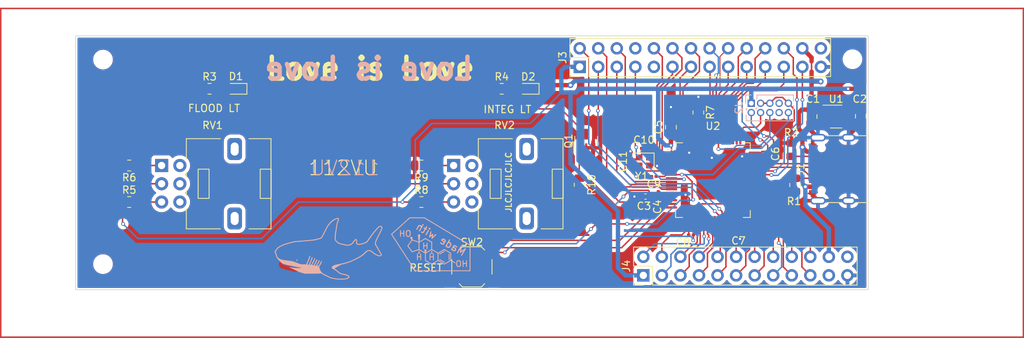
<source format=kicad_pcb>
(kicad_pcb (version 20221018) (generator pcbnew)

  (general
    (thickness 1.6)
  )

  (paper "A4")
  (layers
    (0 "F.Cu" signal)
    (31 "B.Cu" signal)
    (34 "B.Paste" user)
    (35 "F.Paste" user)
    (36 "B.SilkS" user "B.Silkscreen")
    (37 "F.SilkS" user "F.Silkscreen")
    (38 "B.Mask" user)
    (39 "F.Mask" user)
    (44 "Edge.Cuts" user)
    (45 "Margin" user)
    (46 "B.CrtYd" user "B.Courtyard")
    (47 "F.CrtYd" user "F.Courtyard")
    (48 "B.Fab" user)
    (49 "F.Fab" user)
  )

  (setup
    (stackup
      (layer "F.SilkS" (type "Top Silk Screen") (color "White"))
      (layer "F.Paste" (type "Top Solder Paste"))
      (layer "F.Mask" (type "Top Solder Mask") (color "Black") (thickness 0.01))
      (layer "F.Cu" (type "copper") (thickness 0.035))
      (layer "dielectric 1" (type "core") (thickness 1.51) (material "FR4") (epsilon_r 4.5) (loss_tangent 0.02))
      (layer "B.Cu" (type "copper") (thickness 0.035))
      (layer "B.Mask" (type "Bottom Solder Mask") (color "Black") (thickness 0.01))
      (layer "B.Paste" (type "Bottom Solder Paste"))
      (layer "B.SilkS" (type "Bottom Silk Screen") (color "White"))
      (copper_finish "None")
      (dielectric_constraints yes)
    )
    (pad_to_mask_clearance 0)
    (aux_axis_origin 83.1 113)
    (grid_origin 83.1 113)
    (pcbplotparams
      (layerselection 0x00010fc_ffffffff)
      (plot_on_all_layers_selection 0x0000000_00000000)
      (disableapertmacros false)
      (usegerberextensions false)
      (usegerberattributes true)
      (usegerberadvancedattributes true)
      (creategerberjobfile true)
      (dashed_line_dash_ratio 12.000000)
      (dashed_line_gap_ratio 3.000000)
      (svgprecision 4)
      (plotframeref false)
      (viasonmask false)
      (mode 1)
      (useauxorigin false)
      (hpglpennumber 1)
      (hpglpenspeed 20)
      (hpglpendiameter 15.000000)
      (dxfpolygonmode true)
      (dxfimperialunits true)
      (dxfusepcbnewfont true)
      (psnegative false)
      (psa4output false)
      (plotreference false)
      (plotvalue false)
      (plotinvisibletext false)
      (sketchpadsonfab false)
      (subtractmaskfromsilk false)
      (outputformat 1)
      (mirror false)
      (drillshape 0)
      (scaleselection 1)
      (outputdirectory "Manufacturing/")
    )
  )

  (net 0 "")
  (net 1 "/USB_5V")
  (net 2 "GND")
  (net 3 "+3V3")
  (net 4 "/SWD_NRST")
  (net 5 "/LED_5V")
  (net 6 "Net-(J1-CC1)")
  (net 7 "/USB_D+")
  (net 8 "/USB_D-")
  (net 9 "unconnected-(J1-SBU1-PadA8)")
  (net 10 "Net-(J1-CC2)")
  (net 11 "unconnected-(J1-SBU2-PadB8)")
  (net 12 "/LED_ONBOARD")
  (net 13 "Net-(R5-Pad2)")
  (net 14 "Net-(R6-Pad1)")
  (net 15 "Net-(R8-Pad2)")
  (net 16 "Net-(R9-Pad1)")
  (net 17 "/POT_2")
  (net 18 "/POT_1")
  (net 19 "unconnected-(U1-NC-Pad4)")
  (net 20 "/E_B_Pin_12")
  (net 21 "/E_B_Pin_11")
  (net 22 "/E_B_Pin_10")
  (net 23 "/E_B_Pin_7")
  (net 24 "/E_B_Pin_6")
  (net 25 "/E_B_Pin_5")
  (net 26 "/E_B_Pin_4")
  (net 27 "/E_WXR_Pin_4")
  (net 28 "/E_WXR_Pin_5")
  (net 29 "/E_WXR_Pin_6")
  (net 30 "/E_WXR_PWM_1")
  (net 31 "/E_WXR_PWM_2")
  (net 32 "/E_WXR_Pin_7")
  (net 33 "/E_WXR_Pin_8")
  (net 34 "/E_B_PWM_1")
  (net 35 "/E_B_PWM_2")
  (net 36 "/E_WXR_Pin_9")
  (net 37 "/E_WXR_Pin_10")
  (net 38 "/E_WXR_Pin_11")
  (net 39 "/E_WXR_Pin_12")
  (net 40 "/E_WXR_Pin_13")
  (net 41 "/E_WXR_Pin_14")
  (net 42 "/E_WXR_Pin_15")
  (net 43 "/E_WXR_Pin_16")
  (net 44 "/E_WXR_Pin_17")
  (net 45 "/E_WXR_Pin_18")
  (net 46 "/E_WXR_Pin_19")
  (net 47 "/E_WXR_Pin_20")
  (net 48 "/E_B_Pin_25")
  (net 49 "/E_B_Pin_24")
  (net 50 "/SWD_IO")
  (net 51 "/SWD_CLK")
  (net 52 "/E_B_Pin_23")
  (net 53 "/E_B_Pin_22")
  (net 54 "/E_B_Pin_21")
  (net 55 "/E_B_Pin_20")
  (net 56 "/E_B_Pin_19")
  (net 57 "/SWD_TRACE")
  (net 58 "/E_B_Pin_18")
  (net 59 "/E_B_Pin_17")
  (net 60 "/E_B_Pin_16")
  (net 61 "/E_B_Pin_15")
  (net 62 "/E_B_Pin_14")
  (net 63 "/E_B_Pin_13")
  (net 64 "unconnected-(J4-Pin_21-Pad21)")
  (net 65 "unconnected-(J2-KEY-Pad7)")
  (net 66 "unconnected-(J2-NC{slash}TDI-Pad8)")
  (net 67 "unconnected-(J3-Pin_8-Pad8)")
  (net 68 "unconnected-(J3-Pin_9-Pad9)")
  (net 69 "/HSE_IN")
  (net 70 "/HSE_OUT")
  (net 71 "Net-(D1-A)")
  (net 72 "Net-(D2-A)")
  (net 73 "/BOOT0")

  (footprint "Capacitor_SMD:C_0805_2012Metric" (layer "F.Cu") (at 200.85 82.75 -90))

  (footprint "Button_Switch_SMD:SW_Push_1P1T_XKB_TS-1187A" (layer "F.Cu") (at 147.6 103.375))

  (footprint "Resistor_SMD:R_0805_2012Metric" (layer "F.Cu") (at 100.6875 89.5 180))

  (footprint "Resistor_SMD:R_0805_2012Metric" (layer "F.Cu") (at 111.6875 79))

  (footprint "Capacitor_SMD:C_0201_0603Metric" (layer "F.Cu") (at 173.1 93.405 90))

  (footprint "Capacitor_SMD:C_0805_2012Metric" (layer "F.Cu") (at 194.1 82.8 -90))

  (footprint "Resistor_SMD:R_0805_2012Metric" (layer "F.Cu") (at 191.85 92.1625 -90))

  (footprint "Connector_PinHeader_2.54mm:PinHeader_2x12_P2.54mm_Vertical" (layer "F.Cu") (at 171.07 104.54 90))

  (footprint "Resistor_SMD:R_0805_2012Metric" (layer "F.Cu") (at 191.35 87.3375 90))

  (footprint "Resistor_SMD:R_0805_2012Metric" (layer "F.Cu") (at 178.6 82.2375 -90))

  (footprint "Capacitor_SMD:C_0201_0603Metric" (layer "F.Cu") (at 171.155 87.15 180))

  (footprint "MountingHole:MountingHole_2.2mm_M2" (layer "F.Cu") (at 97.1 103))

  (footprint "MountingHole:MountingHole_2.2mm_M2" (layer "F.Cu") (at 199.7 74.95))

  (footprint "Capacitor_SMD:C_0201_0603Metric" (layer "F.Cu") (at 184.1 98.75 180))

  (footprint "Potentiometer_THT:Potentiometer_Alps_RK09L_Double_Vertical" (layer "F.Cu") (at 145.1 89.5))

  (footprint "LED_SMD:LED_0603_1608Metric" (layer "F.Cu") (at 155.3125 79 180))

  (footprint "Package_TO_SOT_SMD:SOT-23-5" (layer "F.Cu") (at 197.4625 82.8))

  (footprint "LED_SMD:LED_0603_1608Metric" (layer "F.Cu") (at 115.3125 79 180))

  (footprint "Potentiometer_THT:Potentiometer_Alps_RK09L_Double_Vertical" (layer "F.Cu") (at 105.125 89.5))

  (footprint "Package_QFP:LQFP-64_10x10mm_P0.5mm" (layer "F.Cu") (at 180.6 91.5))

  (footprint "Resistor_SMD:R_0805_2012Metric" (layer "F.Cu") (at 140.6875 89.5 180))

  (footprint "Capacitor_SMD:C_0201_0603Metric" (layer "F.Cu") (at 169.35 88.945 90))

  (footprint "Connector_USB:USB_C_Receptacle_G-Switch_GT-USB-7010ASV" (layer "F.Cu") (at 198.1 90 90))

  (footprint "Crystal:Crystal_SMD_2016-4Pin_2.0x1.6mm" (layer "F.Cu") (at 171.2 88.95 180))

  (footprint "Resistor_SMD:R_0805_2012Metric" (layer "F.Cu") (at 162.35 92.1375 -90))

  (footprint "Capacitor_SMD:C_0201_0603Metric" (layer "F.Cu") (at 177.6 99 180))

  (footprint "Package_TO_SOT_SMD:SOT-23" (layer "F.Cu") (at 163.25 86.15 90))

  (footprint "Capacitor_SMD:C_0402_1005Metric" (layer "F.Cu") (at 171.37 93.75 180))

  (footprint "Resistor_SMD:R_0805_2012Metric" (layer "F.Cu") (at 151.6875 79))

  (footprint "Capacitor_SMD:C_0201_0603Metric" (layer "F.Cu") (at 188.1 87.905 -90))

  (footprint "Resistor_SMD:R_0805_2012Metric" (layer "F.Cu") (at 140.6875 94.5))

  (footprint "MountingHole:MountingHole_2.2mm_M2" (layer "F.Cu") (at 97.1 75))

  (footprint "Resistor_SMD:R_0805_2012Metric" (layer "F.Cu") (at 100.6875 94.5))

  (footprint "Capacitor_SMD:C_0201_0603Metric" (layer "F.Cu") (at 172.505 91 180))

  (footprint "Connector_PinHeader_2.54mm:PinHeader_2x14_P2.54mm_Vertical" (layer "F.Cu") (at 162.36 76 90))

  (footprint "Capacitor_SMD:C_0805_2012Metric" (layer "F.Cu") (at 174.85 84.25 90))

  (footprint "Connector_PinHeader_1.27mm:PinHeader_2x05_P1.27mm_Vertical" (layer "B.Cu") (at 185.85 80.98 -90))

  (footprint "Xenua:MadeWithEstrogen" (layer "B.Cu") (at 142.1 101 180))

  (footprint "Xenua:Shonk" (layer "B.Cu")
    (tstamp 5014afea-cf06-477b-b940-5e101b0587cd)
    (at 128.1 101 180)
    (attr through_hole)
    (fp_text reference "Ref**" (at 0 0) (layer "B.SilkS") hide
        (effects (font (size 1.27 1.27) (thickness 0.15)) (justify mirror))
      (tstamp e12dc0f8-185f-4a59-ae22-397e8640dcc5)
    )
    (fp_text value "Val**" (at 0 0) (layer "B.SilkS") hide
        (effects (font (size 1.27 1.27) (thickness 0.15)) (justify mirror))
      (tstamp d52dc70d-4631-44a4-85dd-540649af4894)
    )
    (fp_poly
      (pts
        (xy 6.380583 -1.954463)
        (xy 6.402258 -1.969153)
        (xy 6.411232 -1.996347)
        (xy 6.413166 -2.036441)
        (xy 6.413175 -2.037956)
        (xy 6.400022 -2.090074)
        (xy 6.366469 -2.112292)
        (xy 6.322454 -2.098725)
        (xy 6.317318 -2.094727)
        (xy 6.287411 -2.080235)
        (xy 6.260975 -2.101253)
        (xy 6.257574 -2.1058)
        (xy 6.236046 -2.129373)
        (xy 6.215355 -2.12505)
        (xy 6.184637 -2.094886)
        (xy 6.139302 -2.046225)
        (xy 6.094858 -2.102727)
        (xy 6.024247 -2.180739)
        (xy 5.965842 -2.220306)
        (xy 5.920605 -2.221078)
        (xy 5.889498 -2.182704)
        (xy 5.887754 -2.178217)
        (xy 5.875985 -2.15506)
        (xy 5.861108 -2.157055)
        (xy 5.83569 -2.188471)
        (xy 5.814052 -2.22055)
        (xy 5.758518 -2.285055)
        (xy 5.705554 -2.309769)
        (xy 5.65825 -2.294409)
        (xy 5.619695 -2.238693)
        (xy 5.619556 -2.238375)
        (xy 5.600405 -2.202834)
        (xy 5.589622 -2.199237)
        (xy 5.588828 -2.205001)
        (xy 5.573243 -2.249363)
        (xy 5.536433 -2.300728)
        (xy 5.490766 -2.345342)
        (xy 5.44861 -2.369453)
        (xy 5.439833 -2.370667)
        (xy 5.4021 -2.35539)
        (xy 5.357159 -2.317548)
        (xy 5.347108 -2.306307)
        (xy 5.292953 -2.241947)
        (xy 5.262351 -2.315187)
        (xy 5.215426 -2.390999)
        (xy 5.156917 -2.427689)
        (xy 5.091103 -2.424221)
        (xy 5.022266 -2.379563)
        (xy 5.017027 -2.37445)
        (xy 4.95731 -2.314734)
        (xy 4.945476 -2.387659)
        (xy 4.9162 -2.47283)
        (xy 4.8665 -2.525117)
        (xy 4.804335 -2.54304)
        (xy 4.737669 -2.525122)
        (xy 4.674463 -2.469882)
        (xy 4.654756 -2.441659)
        (xy 4.609656 -2.368686)
        (xy 4.546663 -2.454343)
        (xy 4.487014 -2.517346)
        (xy 4.428517 -2.539305)
        (xy 4.366884 -2.521157)
        (xy 4.337047 -2.500207)
        (xy 4.303908 -2.476227)
        (xy 4.27982 -2.475825)
        (xy 4.249116 -2.502126)
        (xy 4.23096 -2.521373)
        (xy 4.174177 -2.569397)
        (xy 4.127288 -2.578155)
        (xy 4.085483 -2.548079)
        (xy 4.075783 -2.53529)
        (xy 4.050789 -2.497296)
        (xy 4.040907 -2.469533)
        (xy 4.051041 -2.448922)
        (xy 4.086099 -2.432381)
        (xy 4.150987 -2.416831)
        (xy 4.250609 -2.399192)
        (xy 4.307416 -2.38986)
        (xy 4.392789 -2.374603)
        (xy 4.502502 -2.353131)
        (xy 4.61966 -2.328816)
        (xy 4.688416 -2.313839)
        (xy 4.787768 -2.291855)
        (xy 4.876416 -2.272489)
        (xy 4.943435 -2.258114)
        (xy 4.974166 -2.251796)
        (xy 5.021835 -2.240585)
        (xy 5.093546 -2.221493)
        (xy 5.164666 -2.201287)
        (xy 5.249061 -2.179606)
        (xy 5.356973 -2.156123)
        (xy 5.469974 -2.134736)
        (xy 5.513916 -2.127412)
        (xy 5.613161 -2.10969)
        (xy 5.739148 -2.084266)
        (xy 5.877666 -2.054158)
        (xy 6.014502 -2.022383)
        (xy 6.053666 -2.012837)
        (xy 6.182749 -1.981465)
        (xy 6.27649 -1.961014)
        (xy 6.340547 -1.951882)
        (xy 6.380583 -1.954463)
      )

      (stroke (width 0.01) (type solid)) (fill solid) (layer "B.Cu") (tstamp 5d0efdbb-21da-45e4-bda1-1000cf11d482))
    (fp_poly
      (pts
        (xy 4.511241 -1.402496)
        (xy 4.528079 -1.445815)
        (xy 4.517766 -1.493061)
        (xy 4.495881 -1.517522)
        (xy 4.452975 -1.541978)
        (xy 4.420105 -1.53504)
        (xy 4.393595 -1.511905)
        (xy 4.365344 -1.462251)
        (xy 4.372814 -1.41661)
        (xy 4.409901 -1.385523)
        (xy 4.470293 -1.3795)
        (xy 4.511241 -1.402496)
      )

      (stroke (width 0.01) (type solid)) (fill solid) (layer "B.SilkS") (tstamp 498c8112-9c6e-4186-8031-592a31092928))
    (fp_poly
      (pts
        (xy -1.073258 4.311798)
        (xy -0.973604 4.291201)
        (xy -0.851219 4.247898)
        (xy -0.715731 4.18648)
        (xy -0.576767 4.111536)
        (xy -0.443956 4.027657)
        (xy -0.378846 3.980763)
        (xy -0.23722 3.861667)
        (xy -0.088814 3.716486)
        (xy 0.055188 3.557464)
        (xy 0.183599 3.396847)
        (xy 0.272493 3.267648)
        (xy 0.314775 3.196003)
        (xy 0.372053 3.092955)
        (xy 0.440799 2.965168)
        (xy 0.517489 2.819305)
        (xy 0.598597 2.66203)
        (xy 0.680597 2.500008)
        (xy 0.71301 2.435054)
        (xy 0.799645 2.261266)
        (xy 0.870549 2.120833)
        (xy 0.92847 2.009023)
        (xy 0.976158 1.921104)
        (xy 1.016364 1.852346)
        (xy 1.051836 1.798015)
        (xy 1.085323 1.753382)
        (xy 1.119576 1.713714)
        (xy 1.151854 1.679849)
        (xy 1.215031 1.616677)
        (xy 1.261244 1.577188)
        (xy 1.303081 1.554755)
        (xy 1.353131 1.542753)
        (xy 1.423982 1.534552)
        (xy 1.42875 1.534078)
        (xy 1.519853 1.520029)
        (xy 1.630377 1.495774)
        (xy 1.740074 1.465903)
        (xy 1.767416 1.45731)
        (xy 1.8674 1.426719)
        (xy 1.96798 1.400602)
        (xy 2.075534 1.37796)
        (xy 2.196437 1.357795)
        (xy 2.337066 1.339108)
        (xy 2.503798 1.3209)
        (xy 2.703008 1.302172)
        (xy 2.82575 1.29154)
        (xy 2.972376 1.278956)
        (xy 3.108743 1.266949)
        (xy 3.227923 1.256154)
        (xy 3.322989 1.247203)
        (xy 3.387011 1.240732)
        (xy 3.407833 1.238277)
        (xy 3.489091 1.228892)
        (xy 3.604944 1.218068)
        (xy 3.747705 1.206379)
        (xy 3.909682 1.194401)
        (xy 4.083188 1.182711)
        (xy 4.260532 1.171883)
        (xy 4.389239 1.16479)
        (xy 4.558392 1.154414)
        (xy 4.694634 1.142258)
        (xy 4.807379 1.127155)
        (xy 4.906044 1.107939)
        (xy 4.963583 1.093634)
        (xy 5.046763 1.071399)
        (xy 5.160108 1.041196)
        (xy 5.292857 1.005886)
        (xy 5.434252 0.968331)
        (xy 5.55625 0.935974)
        (xy 5.694472 0.898689)
        (xy 5.831486 0.860567)
        (xy 5.957088 0.824529)
        (xy 6.061077 0.793498)
        (xy 6.12775 0.772269)
        (xy 6.243516 0.72894)
        (xy 6.378382 0.671607)
        (xy 6.522891 0.604961)
        (xy 6.667581 0.533689)
        (xy 6.802995 0.462483)
        (xy 6.919674 0.396029)
        (xy 7.008158 0.339019)
        (xy 7.021722 0.3291)
        (xy 7.105883 0.255759)
        (xy 7.193358 0.162461)
        (xy 7.278744 0.056989)
        (xy 7.356635 -0.052876)
        (xy 7.421629 -0.159352)
        (xy 7.468322 -0.254657)
        (xy 7.491309 -0.331009)
        (xy 7.492776 -0.34925)
        (xy 7.484109 -0.389075)
        (xy 7.461199 -0.452851)
        (xy 7.429 -0.526796)
        (xy 7.428877 -0.527056)
        (xy 7.391434 -0.616985)
        (xy 7.353386 -0.725769)
        (xy 7.322605 -0.830786)
        (xy 7.321074 -0.83682)
        (xy 7.296505 -0.924658)
        (xy 7.270273 -1.002382)
        (xy 7.247165 -1.05616)
        (xy 7.242305 -1.064444)
        (xy 7.170323 -1.165761)
        (xy 7.079771 -1.280674)
        (xy 6.976449 -1.402959)
        (xy 6.866157 -1.526394)
        (xy 6.754694 -1.644756)
        (xy 6.647861 -1.75182)
        (xy 6.551456 -1.841364)
        (xy 6.47128 -1.907164)
        (xy 6.432933 -1.932919)
        (xy 6.377297 -1.95728)
        (xy 6.287658 -1.987014)
        (xy 6.171719 -2.020241)
        (xy 6.037186 -2.055081)
        (xy 5.891763 -2.089655)
        (xy 5.743153 -2.122083)
        (xy 5.599062 -2.150485)
        (xy 5.467193 -2.172983)
        (xy 5.421796 -2.179606)
        (xy 5.319729 -2.197143)
        (xy 5.201337 -2.222659)
        (xy 5.090523 -2.250952)
        (xy 5.08 -2.253959)
        (xy 5.004054 -2.273591)
        (xy 4.894861 -2.298657)
        (xy 4.760906 -2.327488)
        (xy 4.610675 -2.358415)
        (xy 4.452654 -2.389769)
        (xy 4.295329 -2.41988)
        (xy 4.147185 -2.44708)
        (xy 4.016707 -2.469698)
        (xy 3.912382 -2.486067)
        (xy 3.8735 -2.491286)
        (xy 3.810087 -2.501334)
        (xy 3.787144 -2.510691)
        (xy 3.802809 -2.519096)
        (xy 3.855218 -2.526285)
        (xy 3.942511 -2.531998)
        (xy 4.062826 -2.535972)
        (xy 4.204632 -2.53789)
        (xy 4.456725 -2.535261)
        (xy 4.690947 -2.523119)
        (xy 4.925037 -2.500021)
        (xy 5.176732 -2.464528)
        (xy 5.246055 -2.453288)
        (xy 5.345887 -2.43747)
        (xy 5.429499 -2.425605)
        (xy 5.488664 -2.418761)
        (xy 5.515158 -2.418005)
        (xy 5.515689 -2.4183)
        (xy 5.499618 -2.429062)
        (xy 5.450055 -2.455053)
        (xy 5.371978 -2.493834)
        (xy 5.270366 -2.542966)
        (xy 5.150196 -2.600009)
        (xy 5.032133 -2.65524)
        (xy 4.884672 -2.724324)
        (xy 4.737603 -2.794217)
        (xy 4.599204 -2.860911)
        (xy 4.477754 -2.920398)
        (xy 4.381534 -2.968671)
        (xy 4.339279 -2.990626)
        (xy 4.251695 -3.034664)
        (xy 4.16384 -3.072728)
        (xy 4.066214 -3.108167)
        (xy 3.949317 -3.14433)
        (xy 3.803649 -3.184567)
        (xy 3.746612 -3.199579)
        (xy 3.354916 -3.301759)
        (xy 2.38369 -3.301879)
        (xy 2.098846 -3.3013)
        (xy 1.855129 -3.29949)
        (xy 1.652762 -3.296453)
        (xy 1.491968 -3.292195)
        (xy 1.37297 -3.286721)
        (xy 1.295991 -3.280035)
        (xy 1.279657 -3.277529)
        (xy 1.20663 -3.265121)
        (xy 1.159767 -3.263425)
        (xy 1.123636 -3.275295)
        (xy 1.082804 -3.303581)
        (xy 1.06555 -3.317097)
      
... [396667 chars truncated]
</source>
